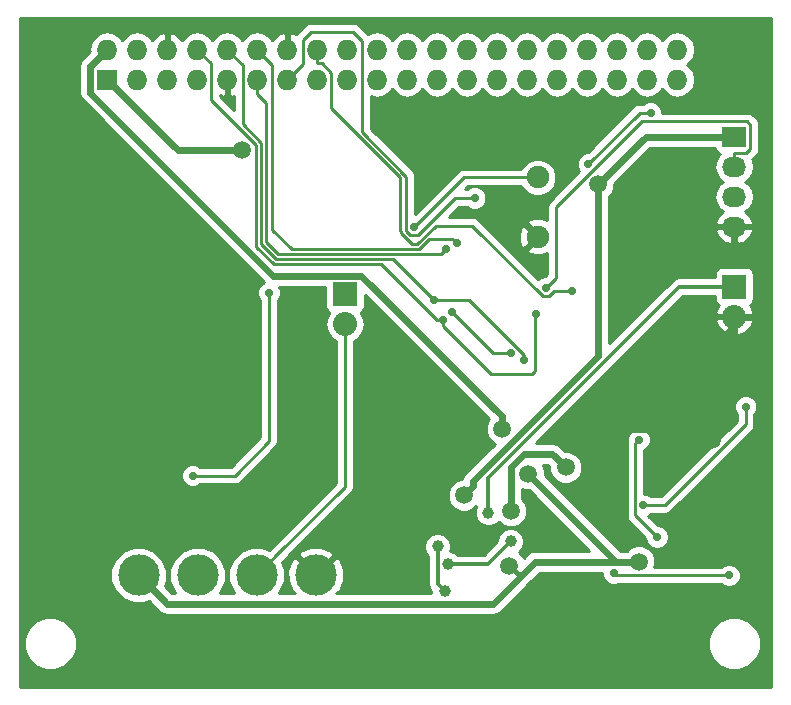
<source format=gbr>
G04 #@! TF.FileFunction,Copper,L2,Bot,Signal*
%FSLAX46Y46*%
G04 Gerber Fmt 4.6, Leading zero omitted, Abs format (unit mm)*
G04 Created by KiCad (PCBNEW 4.1.0-alpha+201607200716+6988~46~ubuntu16.04.1-product) date Thu Jul 21 11:47:31 2016*
%MOMM*%
%LPD*%
G01*
G04 APERTURE LIST*
%ADD10C,0.100000*%
%ADD11R,2.032000X2.032000*%
%ADD12O,2.032000X2.032000*%
%ADD13R,1.727200X1.727200*%
%ADD14O,1.727200X1.727200*%
%ADD15R,2.032000X1.727200*%
%ADD16O,2.032000X1.727200*%
%ADD17C,3.500000*%
%ADD18C,1.905000*%
%ADD19C,0.710000*%
%ADD20C,1.500000*%
%ADD21C,1.000000*%
%ADD22C,0.220000*%
%ADD23C,0.600000*%
%ADD24C,0.400000*%
%ADD25C,0.350000*%
%ADD26C,0.254000*%
G04 APERTURE END LIST*
D10*
D11*
X168148000Y-73406000D03*
D12*
X168148000Y-75946000D03*
D13*
X115062000Y-55880000D03*
D14*
X115062000Y-53340000D03*
X117602000Y-55880000D03*
X117602000Y-53340000D03*
X120142000Y-55880000D03*
X120142000Y-53340000D03*
X122682000Y-55880000D03*
X122682000Y-53340000D03*
X125222000Y-55880000D03*
X125222000Y-53340000D03*
X127762000Y-55880000D03*
X127762000Y-53340000D03*
X130302000Y-55880000D03*
X130302000Y-53340000D03*
X132842000Y-55880000D03*
X132842000Y-53340000D03*
X135382000Y-55880000D03*
X135382000Y-53340000D03*
X137922000Y-55880000D03*
X137922000Y-53340000D03*
X140462000Y-55880000D03*
X140462000Y-53340000D03*
X143002000Y-55880000D03*
X143002000Y-53340000D03*
X145542000Y-55880000D03*
X145542000Y-53340000D03*
X148082000Y-55880000D03*
X148082000Y-53340000D03*
X150622000Y-55880000D03*
X150622000Y-53340000D03*
X153162000Y-55880000D03*
X153162000Y-53340000D03*
X155702000Y-55880000D03*
X155702000Y-53340000D03*
X158242000Y-55880000D03*
X158242000Y-53340000D03*
X160782000Y-55880000D03*
X160782000Y-53340000D03*
X163322000Y-55880000D03*
X163322000Y-53340000D03*
D15*
X168148000Y-60706000D03*
D16*
X168148000Y-63246000D03*
X168148000Y-65786000D03*
X168148000Y-68326000D03*
D11*
X135199000Y-74041000D03*
D12*
X135199000Y-76581000D03*
D17*
X132714000Y-97840000D03*
X127714000Y-97840000D03*
X122714000Y-97840000D03*
X117714000Y-97840000D03*
D18*
X151511000Y-69175000D03*
X151511000Y-64175000D03*
D19*
X122301000Y-89408000D03*
X128778000Y-73914000D03*
X141058989Y-68393958D03*
D20*
X155073556Y-90882300D03*
X166256100Y-86360000D03*
X126492364Y-61871486D03*
X145291588Y-91086992D03*
X156611600Y-64758000D03*
X149249720Y-92411376D03*
X153887934Y-88726218D03*
X148499727Y-85466442D03*
X150729650Y-89272366D03*
X149098000Y-97028000D03*
X160066600Y-96695200D03*
D19*
X161607600Y-94613700D03*
X160089800Y-86360000D03*
X161064600Y-58681500D03*
X155805700Y-63008100D03*
X150356300Y-79635200D03*
X142736400Y-74579700D03*
X149217200Y-79020700D03*
X144235300Y-75528100D03*
X151384000Y-75775000D03*
X143484100Y-76235900D03*
X152210400Y-73548000D03*
X143764000Y-70231002D03*
X144653000Y-69723000D03*
X146176988Y-65913000D03*
X154382500Y-73799000D03*
X169122100Y-83567400D03*
X160446800Y-91928100D03*
X157932600Y-97696200D03*
X167715000Y-97871700D03*
D21*
X143040000Y-95417400D03*
X143648100Y-99211600D03*
X147320000Y-92582996D03*
X149231041Y-94977988D03*
X143956700Y-96929400D03*
D22*
X128778000Y-86487000D02*
X125857000Y-89408000D01*
X125857000Y-89408000D02*
X122301000Y-89408000D01*
X128778000Y-73914000D02*
X128778000Y-86487000D01*
X151511000Y-64175000D02*
X145277947Y-64175000D01*
X145277947Y-64175000D02*
X141413988Y-68038959D01*
X141413988Y-68038959D02*
X141058989Y-68393958D01*
D23*
X168148000Y-68326000D02*
X168148000Y-69739900D01*
X168148000Y-69739900D02*
X170180000Y-71771900D01*
X170180000Y-71771900D02*
X170180000Y-75946000D01*
X170180000Y-75946000D02*
X168931200Y-75946000D01*
X155073556Y-89821640D02*
X155073556Y-90882300D01*
X159442096Y-85453100D02*
X155073556Y-89821640D01*
X166256100Y-85453100D02*
X159442096Y-85453100D01*
X168148000Y-75946000D02*
X168931200Y-75946000D01*
X166256100Y-78621100D02*
X166256100Y-85453100D01*
X168931200Y-75946000D02*
X166256100Y-78621100D01*
X166256100Y-85453100D02*
X166256100Y-86360000D01*
X121053486Y-61871486D02*
X125431704Y-61871486D01*
X125431704Y-61871486D02*
X126492364Y-61871486D01*
X115062000Y-55880000D02*
X121053486Y-61871486D01*
X146041587Y-90336993D02*
X145291588Y-91086992D01*
X146041587Y-89848584D02*
X146041587Y-90336993D01*
X156611600Y-79278571D02*
X146041587Y-89848584D01*
X156611600Y-64758000D02*
X156611600Y-79278571D01*
X160663600Y-60706000D02*
X156611600Y-64758000D01*
X168148000Y-60706000D02*
X160663600Y-60706000D01*
X153887934Y-88726218D02*
X152761713Y-87599997D01*
X152761713Y-87599997D02*
X150340814Y-87599997D01*
X149249720Y-91350716D02*
X149249720Y-92411376D01*
X150340814Y-87599997D02*
X149249720Y-88691091D01*
X149249720Y-88691091D02*
X149249720Y-91350716D01*
X148499727Y-84405782D02*
X148499727Y-85466442D01*
X136568645Y-72474700D02*
X148499727Y-84405782D01*
X129133200Y-72474700D02*
X136568645Y-72474700D01*
X113648000Y-56989500D02*
X129133200Y-72474700D01*
X115062000Y-53340000D02*
X113648000Y-54754000D01*
X113648000Y-54754000D02*
X113648000Y-56989500D01*
X151479649Y-90022365D02*
X150729650Y-89272366D01*
X160066600Y-96695200D02*
X158152484Y-96695200D01*
X158152484Y-96695200D02*
X151479649Y-90022365D01*
X151297500Y-96695200D02*
X150202700Y-97790000D01*
X150202700Y-97790000D02*
X147730800Y-100261900D01*
D24*
X149098000Y-97028000D02*
X149847999Y-97777999D01*
X149847999Y-97777999D02*
X150190699Y-97777999D01*
X150190699Y-97777999D02*
X150202700Y-97790000D01*
D23*
X120135900Y-100261900D02*
X117714000Y-97840000D01*
X147730800Y-100261900D02*
X120135900Y-100261900D01*
X160066600Y-96695200D02*
X151297500Y-96695200D01*
D22*
X159781500Y-92787600D02*
X161607600Y-94613700D01*
X159781500Y-86668300D02*
X159781500Y-92787600D01*
X160089800Y-86360000D02*
X159781500Y-86668300D01*
X135199000Y-90355000D02*
X129463999Y-96090001D01*
X129463999Y-96090001D02*
X127714000Y-97840000D01*
X135199000Y-76581000D02*
X135199000Y-90355000D01*
X160132300Y-58681500D02*
X155805700Y-63008100D01*
X161064600Y-58681500D02*
X160132300Y-58681500D01*
X142381401Y-74224701D02*
X142736400Y-74579700D01*
X139227721Y-71071021D02*
X142381401Y-74224701D01*
X129319051Y-71071021D02*
X139227721Y-71071021D01*
X128095878Y-69847848D02*
X129319051Y-71071021D01*
X126527300Y-59669633D02*
X128095878Y-61238211D01*
X128095878Y-61238211D02*
X128095878Y-69847848D01*
X126527300Y-54645300D02*
X126527300Y-59669633D01*
X125222000Y-53340000D02*
X126527300Y-54645300D01*
X145717200Y-74579700D02*
X142736400Y-74579700D01*
X150356300Y-79218800D02*
X145717200Y-74579700D01*
X150356300Y-79635200D02*
X150356300Y-79218800D01*
X147727900Y-79020700D02*
X144235300Y-75528100D01*
X149217200Y-79020700D02*
X147727900Y-79020700D01*
X123855900Y-57592218D02*
X127675867Y-61412185D01*
X127675867Y-61412185D02*
X127675867Y-70021822D01*
X138237187Y-71491032D02*
X142982055Y-76235900D01*
X127675867Y-70021822D02*
X129145077Y-71491032D01*
X123855900Y-54513900D02*
X123855900Y-57592218D01*
X122682000Y-53340000D02*
X123855900Y-54513900D01*
X142982055Y-76235900D02*
X143484100Y-76235900D01*
X129145077Y-71491032D02*
X138237187Y-71491032D01*
X151257000Y-80518000D02*
X151257000Y-75902000D01*
X151257000Y-75902000D02*
X151384000Y-75775000D01*
X151003000Y-80772000D02*
X151257000Y-80518000D01*
X147518155Y-80772000D02*
X151003000Y-80772000D01*
X143484100Y-76235900D02*
X143484100Y-76737945D01*
X143484100Y-76737945D02*
X147518155Y-80772000D01*
X160330800Y-59424000D02*
X169255800Y-59424000D01*
X153067700Y-66687100D02*
X160330800Y-59424000D01*
X153067700Y-72690700D02*
X153067700Y-66687100D01*
X152210400Y-73548000D02*
X153067700Y-72690700D01*
X169175200Y-62072100D02*
X168148000Y-62072100D01*
X169524400Y-61722900D02*
X169175200Y-62072100D01*
X169524400Y-59692600D02*
X169524400Y-61722900D01*
X168148000Y-63246000D02*
X168148000Y-62072100D01*
X169255800Y-59424000D02*
X169524400Y-59692600D01*
X128515889Y-57855203D02*
X128515889Y-69673874D01*
X127762000Y-55880000D02*
X127762000Y-57101314D01*
X128515889Y-69673874D02*
X129493025Y-70651010D01*
X143409001Y-70586001D02*
X143764000Y-70231002D01*
X143343992Y-70651010D02*
X143409001Y-70586001D01*
X129493025Y-70651010D02*
X143343992Y-70651010D01*
X127762000Y-57101314D02*
X128515889Y-57855203D01*
X141477600Y-70229100D02*
X142338699Y-69368001D01*
X130681100Y-70229100D02*
X141477600Y-70229100D01*
X129032000Y-68580000D02*
X130681100Y-70229100D01*
X142338699Y-69368001D02*
X144298001Y-69368001D01*
X129032000Y-54610000D02*
X129032000Y-68580000D01*
X127762000Y-53340000D02*
X129032000Y-54610000D01*
X144298001Y-69368001D02*
X144653000Y-69723000D01*
X145674943Y-65913000D02*
X146176988Y-65913000D01*
X141380040Y-69058960D02*
X144526000Y-65913000D01*
X140739787Y-69058960D02*
X141380040Y-69058960D01*
X131607300Y-52542700D02*
X132334000Y-51816000D01*
X140393987Y-68713160D02*
X140739787Y-69058960D01*
X140393987Y-64108002D02*
X140393987Y-68713160D01*
X132334000Y-51816000D02*
X135890000Y-51816000D01*
X136652000Y-60366015D02*
X140393987Y-64108002D01*
X136652000Y-52578000D02*
X136652000Y-60366015D01*
X130302000Y-55880000D02*
X131607300Y-54574700D01*
X135890000Y-51816000D02*
X136652000Y-52578000D01*
X131607300Y-54574700D02*
X131607300Y-52542700D01*
X144526000Y-65913000D02*
X145674943Y-65913000D01*
X132842000Y-54513900D02*
X133208900Y-54513900D01*
X139827000Y-68661160D02*
X139973976Y-68808136D01*
X139973976Y-68808136D02*
X139973976Y-68887134D01*
X134015900Y-55320900D02*
X134015900Y-58323900D01*
X133208900Y-54513900D02*
X134015900Y-55320900D01*
X145964600Y-68243100D02*
X151934800Y-74213300D01*
X132842000Y-53340000D02*
X132842000Y-54513900D01*
X134015900Y-58323900D02*
X139827000Y-64135000D01*
X139973976Y-68887134D02*
X140887542Y-69800700D01*
X139827000Y-64135000D02*
X139827000Y-68661160D01*
X140887542Y-69800700D02*
X141311500Y-69800700D01*
X141311500Y-69800700D02*
X142869100Y-68243100D01*
X142869100Y-68243100D02*
X145964600Y-68243100D01*
X151934800Y-74213300D02*
X152486100Y-74213300D01*
X152486100Y-74213300D02*
X152900300Y-73799100D01*
X152900300Y-73799000D02*
X154382500Y-73799000D01*
X152900300Y-73799100D02*
X152900300Y-73799000D01*
X162277300Y-91928100D02*
X160446800Y-91928100D01*
X169122100Y-85083300D02*
X162277300Y-91928100D01*
X169122100Y-83567400D02*
X169122100Y-85083300D01*
X158108100Y-97871700D02*
X157932600Y-97696200D01*
X167715000Y-97871700D02*
X158108100Y-97871700D01*
D25*
X143040000Y-98603500D02*
X143040000Y-95417400D01*
X143648100Y-99211600D02*
X143040000Y-98603500D01*
X168148000Y-73406000D02*
X163509491Y-73406000D01*
X147320000Y-89595491D02*
X147320000Y-91875890D01*
X163509491Y-73406000D02*
X147320000Y-89595491D01*
X147320000Y-91875890D02*
X147320000Y-92582996D01*
X147279629Y-96929400D02*
X148731042Y-95477987D01*
X143956700Y-96929400D02*
X147279629Y-96929400D01*
X148731042Y-95477987D02*
X149231041Y-94977988D01*
D26*
G36*
X171290000Y-107290000D02*
X107710000Y-107290000D01*
X107710000Y-104074619D01*
X108000613Y-104074619D01*
X108340155Y-104896372D01*
X108968321Y-105525636D01*
X109789481Y-105866611D01*
X110678619Y-105867387D01*
X111500372Y-105527845D01*
X112129636Y-104899679D01*
X112470611Y-104078519D01*
X112470614Y-104074619D01*
X165912613Y-104074619D01*
X166252155Y-104896372D01*
X166880321Y-105525636D01*
X167701481Y-105866611D01*
X168590619Y-105867387D01*
X169412372Y-105527845D01*
X170041636Y-104899679D01*
X170382611Y-104078519D01*
X170383387Y-103189381D01*
X170043845Y-102367628D01*
X169415679Y-101738364D01*
X168594519Y-101397389D01*
X167705381Y-101396613D01*
X166883628Y-101736155D01*
X166254364Y-102364321D01*
X165913389Y-103185481D01*
X165912613Y-104074619D01*
X112470614Y-104074619D01*
X112471387Y-103189381D01*
X112131845Y-102367628D01*
X111503679Y-101738364D01*
X110682519Y-101397389D01*
X109793381Y-101396613D01*
X108971628Y-101736155D01*
X108342364Y-102364321D01*
X108001389Y-103185481D01*
X108000613Y-104074619D01*
X107710000Y-104074619D01*
X107710000Y-54754000D01*
X112713000Y-54754000D01*
X112713000Y-56989500D01*
X112784173Y-57347309D01*
X112986855Y-57650645D01*
X128354157Y-73017947D01*
X128217943Y-73074230D01*
X127939208Y-73352478D01*
X127788172Y-73716213D01*
X127787829Y-74110059D01*
X127938230Y-74474057D01*
X128033000Y-74568993D01*
X128033000Y-86178411D01*
X125548410Y-88663000D01*
X122956150Y-88663000D01*
X122862522Y-88569208D01*
X122498787Y-88418172D01*
X122104941Y-88417829D01*
X121740943Y-88568230D01*
X121462208Y-88846478D01*
X121311172Y-89210213D01*
X121310829Y-89604059D01*
X121461230Y-89968057D01*
X121739478Y-90246792D01*
X122103213Y-90397828D01*
X122497059Y-90398171D01*
X122861057Y-90247770D01*
X122955993Y-90153000D01*
X125856995Y-90153000D01*
X125857000Y-90153001D01*
X126142099Y-90096290D01*
X126383795Y-89934795D01*
X129304792Y-87013797D01*
X129304795Y-87013795D01*
X129466290Y-86772099D01*
X129508920Y-86557787D01*
X129523001Y-86487000D01*
X129523000Y-86486995D01*
X129523000Y-74569150D01*
X129616792Y-74475522D01*
X129767828Y-74111787D01*
X129768171Y-73717941D01*
X129640808Y-73409700D01*
X133535560Y-73409700D01*
X133535560Y-75057000D01*
X133584843Y-75304765D01*
X133725191Y-75514809D01*
X133867872Y-75610146D01*
X133641330Y-75949190D01*
X133515655Y-76581000D01*
X133641330Y-77212810D01*
X133999222Y-77748433D01*
X134454000Y-78052306D01*
X134454000Y-90046411D01*
X128937204Y-95563206D01*
X128937202Y-95563209D01*
X128794280Y-95706131D01*
X128190487Y-95455415D01*
X127241675Y-95454587D01*
X126364771Y-95816916D01*
X125693274Y-96487242D01*
X125329415Y-97363513D01*
X125328587Y-98312325D01*
X125690916Y-99189229D01*
X125828347Y-99326900D01*
X124600350Y-99326900D01*
X124734726Y-99192758D01*
X125098585Y-98316487D01*
X125099413Y-97367675D01*
X124737084Y-96490771D01*
X124066758Y-95819274D01*
X123190487Y-95455415D01*
X122241675Y-95454587D01*
X121364771Y-95816916D01*
X120693274Y-96487242D01*
X120329415Y-97363513D01*
X120328587Y-98312325D01*
X120690916Y-99189229D01*
X120828347Y-99326900D01*
X120523190Y-99326900D01*
X119926707Y-98730417D01*
X120098585Y-98316487D01*
X120099413Y-97367675D01*
X119737084Y-96490771D01*
X119066758Y-95819274D01*
X118190487Y-95455415D01*
X117241675Y-95454587D01*
X116364771Y-95816916D01*
X115693274Y-96487242D01*
X115329415Y-97363513D01*
X115328587Y-98312325D01*
X115690916Y-99189229D01*
X116361242Y-99860726D01*
X117237513Y-100224585D01*
X118186325Y-100225413D01*
X118604385Y-100052675D01*
X119474755Y-100923045D01*
X119778091Y-101125727D01*
X120135900Y-101196900D01*
X147730800Y-101196900D01*
X148088609Y-101125727D01*
X148391945Y-100923045D01*
X150863842Y-98451147D01*
X150863845Y-98451145D01*
X151684790Y-97630200D01*
X156942657Y-97630200D01*
X156942429Y-97892259D01*
X157092830Y-98256257D01*
X157371078Y-98534992D01*
X157734813Y-98686028D01*
X158128659Y-98686371D01*
X158297276Y-98616700D01*
X167059850Y-98616700D01*
X167153478Y-98710492D01*
X167517213Y-98861528D01*
X167911059Y-98861871D01*
X168275057Y-98711470D01*
X168553792Y-98433222D01*
X168704828Y-98069487D01*
X168705171Y-97675641D01*
X168554770Y-97311643D01*
X168276522Y-97032908D01*
X167912787Y-96881872D01*
X167518941Y-96881529D01*
X167154943Y-97031930D01*
X167060007Y-97126700D01*
X161387081Y-97126700D01*
X161451359Y-96971902D01*
X161451840Y-96420915D01*
X161241431Y-95911685D01*
X160852164Y-95521739D01*
X160343302Y-95310441D01*
X159792315Y-95309960D01*
X159283085Y-95520369D01*
X159042836Y-95760200D01*
X158539774Y-95760200D01*
X152114596Y-89335022D01*
X152114890Y-88998081D01*
X151923548Y-88534997D01*
X152374423Y-88534997D01*
X152502988Y-88663562D01*
X152502694Y-89000503D01*
X152713103Y-89509733D01*
X153102370Y-89899679D01*
X153611232Y-90110977D01*
X154162219Y-90111458D01*
X154671449Y-89901049D01*
X155061395Y-89511782D01*
X155272693Y-89002920D01*
X155273174Y-88451933D01*
X155062765Y-87942703D01*
X154673498Y-87552757D01*
X154164636Y-87341459D01*
X153825169Y-87341163D01*
X153422858Y-86938852D01*
X153119522Y-86736170D01*
X152778319Y-86668300D01*
X159036499Y-86668300D01*
X159036500Y-86668305D01*
X159036500Y-92787595D01*
X159036499Y-92787600D01*
X159093210Y-93072699D01*
X159254705Y-93314395D01*
X160617544Y-94677234D01*
X160617429Y-94809759D01*
X160767830Y-95173757D01*
X161046078Y-95452492D01*
X161409813Y-95603528D01*
X161803659Y-95603871D01*
X162167657Y-95453470D01*
X162446392Y-95175222D01*
X162597428Y-94811487D01*
X162597771Y-94417641D01*
X162447370Y-94053643D01*
X162169122Y-93774908D01*
X161805387Y-93623872D01*
X161671244Y-93623755D01*
X160871350Y-92823860D01*
X161006857Y-92767870D01*
X161101793Y-92673100D01*
X162277295Y-92673100D01*
X162277300Y-92673101D01*
X162562399Y-92616390D01*
X162804095Y-92454895D01*
X169648895Y-85610095D01*
X169810390Y-85368399D01*
X169867101Y-85083300D01*
X169867100Y-85083295D01*
X169867100Y-84222550D01*
X169960892Y-84128922D01*
X170111928Y-83765187D01*
X170112271Y-83371341D01*
X169961870Y-83007343D01*
X169683622Y-82728608D01*
X169319887Y-82577572D01*
X168926041Y-82577229D01*
X168562043Y-82727630D01*
X168283308Y-83005878D01*
X168132272Y-83369613D01*
X168131929Y-83763459D01*
X168282330Y-84127457D01*
X168377100Y-84222393D01*
X168377100Y-84774710D01*
X161968710Y-91183100D01*
X161101950Y-91183100D01*
X161008322Y-91089308D01*
X160644587Y-90938272D01*
X160526500Y-90938169D01*
X160526500Y-87250740D01*
X160649857Y-87199770D01*
X160928592Y-86921522D01*
X161079628Y-86557787D01*
X161079971Y-86163941D01*
X160929570Y-85799943D01*
X160651322Y-85521208D01*
X160287587Y-85370172D01*
X159893741Y-85369829D01*
X159529743Y-85520230D01*
X159251008Y-85798478D01*
X159099972Y-86162213D01*
X159099788Y-86373356D01*
X159093210Y-86383201D01*
X159036499Y-86668300D01*
X152778319Y-86668300D01*
X152761713Y-86664997D01*
X151396006Y-86664997D01*
X161732059Y-76328944D01*
X166542025Y-76328944D01*
X166741615Y-76810818D01*
X167179621Y-77283188D01*
X167765054Y-77551983D01*
X168021000Y-77433367D01*
X168021000Y-76073000D01*
X168275000Y-76073000D01*
X168275000Y-77433367D01*
X168530946Y-77551983D01*
X169116379Y-77283188D01*
X169554385Y-76810818D01*
X169753975Y-76328944D01*
X169634836Y-76073000D01*
X168275000Y-76073000D01*
X168021000Y-76073000D01*
X166661164Y-76073000D01*
X166542025Y-76328944D01*
X161732059Y-76328944D01*
X163845004Y-74216000D01*
X166484560Y-74216000D01*
X166484560Y-74422000D01*
X166533843Y-74669765D01*
X166674191Y-74879809D01*
X166831113Y-74984662D01*
X166741615Y-75081182D01*
X166542025Y-75563056D01*
X166661164Y-75819000D01*
X168021000Y-75819000D01*
X168021000Y-75799000D01*
X168275000Y-75799000D01*
X168275000Y-75819000D01*
X169634836Y-75819000D01*
X169753975Y-75563056D01*
X169554385Y-75081182D01*
X169464887Y-74984662D01*
X169621809Y-74879809D01*
X169762157Y-74669765D01*
X169811440Y-74422000D01*
X169811440Y-72390000D01*
X169762157Y-72142235D01*
X169621809Y-71932191D01*
X169411765Y-71791843D01*
X169164000Y-71742560D01*
X167132000Y-71742560D01*
X166884235Y-71791843D01*
X166674191Y-71932191D01*
X166533843Y-72142235D01*
X166484560Y-72390000D01*
X166484560Y-72596000D01*
X163509491Y-72596000D01*
X163337388Y-72630234D01*
X163199518Y-72657657D01*
X162936735Y-72833243D01*
X157546600Y-78223378D01*
X157546600Y-68685026D01*
X166540642Y-68685026D01*
X166543291Y-68700791D01*
X166797268Y-69228036D01*
X167233680Y-69617954D01*
X167786087Y-69811184D01*
X168021000Y-69666924D01*
X168021000Y-68453000D01*
X168275000Y-68453000D01*
X168275000Y-69666924D01*
X168509913Y-69811184D01*
X169062320Y-69617954D01*
X169498732Y-69228036D01*
X169752709Y-68700791D01*
X169755358Y-68685026D01*
X169634217Y-68453000D01*
X168275000Y-68453000D01*
X168021000Y-68453000D01*
X166661783Y-68453000D01*
X166540642Y-68685026D01*
X157546600Y-68685026D01*
X157546600Y-65781610D01*
X157785061Y-65543564D01*
X157996359Y-65034702D01*
X157996655Y-64695235D01*
X161050890Y-61641000D01*
X166498762Y-61641000D01*
X166533843Y-61817365D01*
X166674191Y-62027409D01*
X166884235Y-62167757D01*
X166920566Y-62174984D01*
X166903585Y-62186330D01*
X166578729Y-62672511D01*
X166464655Y-63246000D01*
X166578729Y-63819489D01*
X166903585Y-64305670D01*
X167218366Y-64516000D01*
X166903585Y-64726330D01*
X166578729Y-65212511D01*
X166464655Y-65786000D01*
X166578729Y-66359489D01*
X166903585Y-66845670D01*
X167213069Y-67052461D01*
X166797268Y-67423964D01*
X166543291Y-67951209D01*
X166540642Y-67966974D01*
X166661783Y-68199000D01*
X168021000Y-68199000D01*
X168021000Y-68179000D01*
X168275000Y-68179000D01*
X168275000Y-68199000D01*
X169634217Y-68199000D01*
X169755358Y-67966974D01*
X169752709Y-67951209D01*
X169498732Y-67423964D01*
X169082931Y-67052461D01*
X169392415Y-66845670D01*
X169717271Y-66359489D01*
X169831345Y-65786000D01*
X169717271Y-65212511D01*
X169392415Y-64726330D01*
X169077634Y-64516000D01*
X169392415Y-64305670D01*
X169717271Y-63819489D01*
X169831345Y-63246000D01*
X169717271Y-62672511D01*
X169678550Y-62614561D01*
X169701995Y-62598895D01*
X170051192Y-62249697D01*
X170051195Y-62249695D01*
X170212690Y-62007999D01*
X170269400Y-61722900D01*
X170269400Y-59692605D01*
X170269401Y-59692600D01*
X170212690Y-59407501D01*
X170102789Y-59243022D01*
X170051195Y-59165805D01*
X170051192Y-59165803D01*
X169782595Y-58897205D01*
X169540899Y-58735710D01*
X169255800Y-58678999D01*
X169255795Y-58679000D01*
X162054602Y-58679000D01*
X162054771Y-58485441D01*
X161904370Y-58121443D01*
X161626122Y-57842708D01*
X161262387Y-57691672D01*
X160868541Y-57691329D01*
X160504543Y-57841730D01*
X160409607Y-57936500D01*
X160132300Y-57936500D01*
X159847201Y-57993210D01*
X159605505Y-58154705D01*
X159605503Y-58154708D01*
X155742166Y-62018044D01*
X155609641Y-62017929D01*
X155245643Y-62168330D01*
X154966908Y-62446578D01*
X154815872Y-62810313D01*
X154815529Y-63204159D01*
X154965930Y-63568157D01*
X155049419Y-63651792D01*
X152540905Y-66160305D01*
X152379410Y-66402001D01*
X152322699Y-66687100D01*
X152322700Y-66687105D01*
X152322700Y-67782364D01*
X151764199Y-67576325D01*
X151133139Y-67601122D01*
X150665288Y-67794912D01*
X150572446Y-68056841D01*
X151511000Y-68995395D01*
X151525143Y-68981253D01*
X151704748Y-69160858D01*
X151690605Y-69175000D01*
X151704748Y-69189143D01*
X151525143Y-69368748D01*
X151511000Y-69354605D01*
X150572446Y-70293159D01*
X150665288Y-70555088D01*
X151257801Y-70773675D01*
X151888861Y-70748878D01*
X152322700Y-70569176D01*
X152322700Y-72382111D01*
X152146866Y-72557944D01*
X152014341Y-72557829D01*
X151650343Y-72708230D01*
X151566758Y-72791669D01*
X147696891Y-68921801D01*
X149912325Y-68921801D01*
X149937122Y-69552861D01*
X150130912Y-70020712D01*
X150392841Y-70113554D01*
X151331395Y-69175000D01*
X150392841Y-68236446D01*
X150130912Y-68329288D01*
X149912325Y-68921801D01*
X147696891Y-68921801D01*
X146491395Y-67716305D01*
X146249699Y-67554810D01*
X145964600Y-67498099D01*
X145964595Y-67498100D01*
X143994489Y-67498100D01*
X144834589Y-66658000D01*
X145521838Y-66658000D01*
X145615466Y-66751792D01*
X145979201Y-66902828D01*
X146373047Y-66903171D01*
X146737045Y-66752770D01*
X147015780Y-66474522D01*
X147166816Y-66110787D01*
X147167159Y-65716941D01*
X147016758Y-65352943D01*
X146738510Y-65074208D01*
X146374775Y-64923172D01*
X145980929Y-64922829D01*
X145616931Y-65073230D01*
X145521995Y-65168000D01*
X145338536Y-65168000D01*
X145586536Y-64920000D01*
X150101150Y-64920000D01*
X150164398Y-65073072D01*
X150610579Y-65520032D01*
X151193841Y-65762224D01*
X151825388Y-65762775D01*
X152409072Y-65521602D01*
X152856032Y-65075421D01*
X153098224Y-64492159D01*
X153098775Y-63860612D01*
X152857602Y-63276928D01*
X152411421Y-62829968D01*
X151828159Y-62587776D01*
X151196612Y-62587225D01*
X150612928Y-62828398D01*
X150165968Y-63274579D01*
X150101431Y-63430000D01*
X145277947Y-63430000D01*
X144992848Y-63486710D01*
X144751152Y-63648205D01*
X144751150Y-63648208D01*
X141138987Y-67260370D01*
X141138987Y-64108007D01*
X141138988Y-64108002D01*
X141082277Y-63822903D01*
X140923008Y-63584539D01*
X140920782Y-63581207D01*
X140920779Y-63581205D01*
X137397000Y-60057425D01*
X137397000Y-57303530D01*
X137922000Y-57407959D01*
X138495489Y-57293885D01*
X138981670Y-56969029D01*
X139192000Y-56654248D01*
X139402330Y-56969029D01*
X139888511Y-57293885D01*
X140462000Y-57407959D01*
X141035489Y-57293885D01*
X141521670Y-56969029D01*
X141732000Y-56654248D01*
X141942330Y-56969029D01*
X142428511Y-57293885D01*
X143002000Y-57407959D01*
X143575489Y-57293885D01*
X144061670Y-56969029D01*
X144272000Y-56654248D01*
X144482330Y-56969029D01*
X144968511Y-57293885D01*
X145542000Y-57407959D01*
X146115489Y-57293885D01*
X146601670Y-56969029D01*
X146812000Y-56654248D01*
X147022330Y-56969029D01*
X147508511Y-57293885D01*
X148082000Y-57407959D01*
X148655489Y-57293885D01*
X149141670Y-56969029D01*
X149352000Y-56654248D01*
X149562330Y-56969029D01*
X150048511Y-57293885D01*
X150622000Y-57407959D01*
X151195489Y-57293885D01*
X151681670Y-56969029D01*
X151892000Y-56654248D01*
X152102330Y-56969029D01*
X152588511Y-57293885D01*
X153162000Y-57407959D01*
X153735489Y-57293885D01*
X154221670Y-56969029D01*
X154432000Y-56654248D01*
X154642330Y-56969029D01*
X155128511Y-57293885D01*
X155702000Y-57407959D01*
X156275489Y-57293885D01*
X156761670Y-56969029D01*
X156972000Y-56654248D01*
X157182330Y-56969029D01*
X157668511Y-57293885D01*
X158242000Y-57407959D01*
X158815489Y-57293885D01*
X159301670Y-56969029D01*
X159512000Y-56654248D01*
X159722330Y-56969029D01*
X160208511Y-57293885D01*
X160782000Y-57407959D01*
X161355489Y-57293885D01*
X161841670Y-56969029D01*
X162052000Y-56654248D01*
X162262330Y-56969029D01*
X162748511Y-57293885D01*
X163322000Y-57407959D01*
X163895489Y-57293885D01*
X164381670Y-56969029D01*
X164706526Y-56482848D01*
X164820600Y-55909359D01*
X164820600Y-55850641D01*
X164706526Y-55277152D01*
X164381670Y-54790971D01*
X164110828Y-54610000D01*
X164381670Y-54429029D01*
X164706526Y-53942848D01*
X164820600Y-53369359D01*
X164820600Y-53310641D01*
X164706526Y-52737152D01*
X164381670Y-52250971D01*
X163895489Y-51926115D01*
X163322000Y-51812041D01*
X162748511Y-51926115D01*
X162262330Y-52250971D01*
X162052000Y-52565752D01*
X161841670Y-52250971D01*
X161355489Y-51926115D01*
X160782000Y-51812041D01*
X160208511Y-51926115D01*
X159722330Y-52250971D01*
X159512000Y-52565752D01*
X159301670Y-52250971D01*
X158815489Y-51926115D01*
X158242000Y-51812041D01*
X157668511Y-51926115D01*
X157182330Y-52250971D01*
X156972000Y-52565752D01*
X156761670Y-52250971D01*
X156275489Y-51926115D01*
X155702000Y-51812041D01*
X155128511Y-51926115D01*
X154642330Y-52250971D01*
X154432000Y-52565752D01*
X154221670Y-52250971D01*
X153735489Y-51926115D01*
X153162000Y-51812041D01*
X152588511Y-51926115D01*
X152102330Y-52250971D01*
X151892000Y-52565752D01*
X151681670Y-52250971D01*
X151195489Y-51926115D01*
X150622000Y-51812041D01*
X150048511Y-51926115D01*
X149562330Y-52250971D01*
X149352000Y-52565752D01*
X149141670Y-52250971D01*
X148655489Y-51926115D01*
X148082000Y-51812041D01*
X147508511Y-51926115D01*
X147022330Y-52250971D01*
X146812000Y-52565752D01*
X146601670Y-52250971D01*
X146115489Y-51926115D01*
X145542000Y-51812041D01*
X144968511Y-51926115D01*
X144482330Y-52250971D01*
X144272000Y-52565752D01*
X144061670Y-52250971D01*
X143575489Y-51926115D01*
X143002000Y-51812041D01*
X142428511Y-51926115D01*
X141942330Y-52250971D01*
X141732000Y-52565752D01*
X141521670Y-52250971D01*
X141035489Y-51926115D01*
X140462000Y-51812041D01*
X139888511Y-51926115D01*
X139402330Y-52250971D01*
X139192000Y-52565752D01*
X138981670Y-52250971D01*
X138495489Y-51926115D01*
X137922000Y-51812041D01*
X137348511Y-51926115D01*
X137171787Y-52044198D01*
X136416795Y-51289205D01*
X136175099Y-51127710D01*
X135890000Y-51070999D01*
X135889995Y-51071000D01*
X132334005Y-51071000D01*
X132334000Y-51070999D01*
X132048901Y-51127710D01*
X131807205Y-51289205D01*
X131080505Y-52015905D01*
X131058064Y-52049491D01*
X130661026Y-51885042D01*
X130429000Y-52006183D01*
X130429000Y-53213000D01*
X130449000Y-53213000D01*
X130449000Y-53467000D01*
X130429000Y-53467000D01*
X130429000Y-53487000D01*
X130175000Y-53487000D01*
X130175000Y-53467000D01*
X130155000Y-53467000D01*
X130155000Y-53213000D01*
X130175000Y-53213000D01*
X130175000Y-52006183D01*
X129942974Y-51885042D01*
X129527053Y-52057312D01*
X129095179Y-52451510D01*
X129037664Y-52574228D01*
X128821670Y-52250971D01*
X128335489Y-51926115D01*
X127762000Y-51812041D01*
X127188511Y-51926115D01*
X126702330Y-52250971D01*
X126492000Y-52565752D01*
X126281670Y-52250971D01*
X125795489Y-51926115D01*
X125222000Y-51812041D01*
X124648511Y-51926115D01*
X124162330Y-52250971D01*
X123952000Y-52565752D01*
X123741670Y-52250971D01*
X123255489Y-51926115D01*
X122682000Y-51812041D01*
X122108511Y-51926115D01*
X121622330Y-52250971D01*
X121406336Y-52574228D01*
X121348821Y-52451510D01*
X120916947Y-52057312D01*
X120501026Y-51885042D01*
X120269000Y-52006183D01*
X120269000Y-53213000D01*
X120289000Y-53213000D01*
X120289000Y-53467000D01*
X120269000Y-53467000D01*
X120269000Y-53487000D01*
X120015000Y-53487000D01*
X120015000Y-53467000D01*
X119995000Y-53467000D01*
X119995000Y-53213000D01*
X120015000Y-53213000D01*
X120015000Y-52006183D01*
X119782974Y-51885042D01*
X119367053Y-52057312D01*
X118935179Y-52451510D01*
X118877664Y-52574228D01*
X118661670Y-52250971D01*
X118175489Y-51926115D01*
X117602000Y-51812041D01*
X117028511Y-51926115D01*
X116542330Y-52250971D01*
X116332000Y-52565752D01*
X116121670Y-52250971D01*
X115635489Y-51926115D01*
X115062000Y-51812041D01*
X114488511Y-51926115D01*
X114002330Y-52250971D01*
X113677474Y-52737152D01*
X113563400Y-53310641D01*
X113563400Y-53369359D01*
X113587781Y-53491929D01*
X112986855Y-54092855D01*
X112784173Y-54396191D01*
X112713000Y-54754000D01*
X107710000Y-54754000D01*
X107710000Y-50710000D01*
X171290000Y-50710000D01*
X171290000Y-107290000D01*
X171290000Y-107290000D01*
G37*
X171290000Y-107290000D02*
X107710000Y-107290000D01*
X107710000Y-104074619D01*
X108000613Y-104074619D01*
X108340155Y-104896372D01*
X108968321Y-105525636D01*
X109789481Y-105866611D01*
X110678619Y-105867387D01*
X111500372Y-105527845D01*
X112129636Y-104899679D01*
X112470611Y-104078519D01*
X112470614Y-104074619D01*
X165912613Y-104074619D01*
X166252155Y-104896372D01*
X166880321Y-105525636D01*
X167701481Y-105866611D01*
X168590619Y-105867387D01*
X169412372Y-105527845D01*
X170041636Y-104899679D01*
X170382611Y-104078519D01*
X170383387Y-103189381D01*
X170043845Y-102367628D01*
X169415679Y-101738364D01*
X168594519Y-101397389D01*
X167705381Y-101396613D01*
X166883628Y-101736155D01*
X166254364Y-102364321D01*
X165913389Y-103185481D01*
X165912613Y-104074619D01*
X112470614Y-104074619D01*
X112471387Y-103189381D01*
X112131845Y-102367628D01*
X111503679Y-101738364D01*
X110682519Y-101397389D01*
X109793381Y-101396613D01*
X108971628Y-101736155D01*
X108342364Y-102364321D01*
X108001389Y-103185481D01*
X108000613Y-104074619D01*
X107710000Y-104074619D01*
X107710000Y-54754000D01*
X112713000Y-54754000D01*
X112713000Y-56989500D01*
X112784173Y-57347309D01*
X112986855Y-57650645D01*
X128354157Y-73017947D01*
X128217943Y-73074230D01*
X127939208Y-73352478D01*
X127788172Y-73716213D01*
X127787829Y-74110059D01*
X127938230Y-74474057D01*
X128033000Y-74568993D01*
X128033000Y-86178411D01*
X125548410Y-88663000D01*
X122956150Y-88663000D01*
X122862522Y-88569208D01*
X122498787Y-88418172D01*
X122104941Y-88417829D01*
X121740943Y-88568230D01*
X121462208Y-88846478D01*
X121311172Y-89210213D01*
X121310829Y-89604059D01*
X121461230Y-89968057D01*
X121739478Y-90246792D01*
X122103213Y-90397828D01*
X122497059Y-90398171D01*
X122861057Y-90247770D01*
X122955993Y-90153000D01*
X125856995Y-90153000D01*
X125857000Y-90153001D01*
X126142099Y-90096290D01*
X126383795Y-89934795D01*
X129304792Y-87013797D01*
X129304795Y-87013795D01*
X129466290Y-86772099D01*
X129508920Y-86557787D01*
X129523001Y-86487000D01*
X129523000Y-86486995D01*
X129523000Y-74569150D01*
X129616792Y-74475522D01*
X129767828Y-74111787D01*
X129768171Y-73717941D01*
X129640808Y-73409700D01*
X133535560Y-73409700D01*
X133535560Y-75057000D01*
X133584843Y-75304765D01*
X133725191Y-75514809D01*
X133867872Y-75610146D01*
X133641330Y-75949190D01*
X133515655Y-76581000D01*
X133641330Y-77212810D01*
X133999222Y-77748433D01*
X134454000Y-78052306D01*
X134454000Y-90046411D01*
X128937204Y-95563206D01*
X128937202Y-95563209D01*
X128794280Y-95706131D01*
X128190487Y-95455415D01*
X127241675Y-95454587D01*
X126364771Y-95816916D01*
X125693274Y-96487242D01*
X125329415Y-97363513D01*
X125328587Y-98312325D01*
X125690916Y-99189229D01*
X125828347Y-99326900D01*
X124600350Y-99326900D01*
X124734726Y-99192758D01*
X125098585Y-98316487D01*
X125099413Y-97367675D01*
X124737084Y-96490771D01*
X124066758Y-95819274D01*
X123190487Y-95455415D01*
X122241675Y-95454587D01*
X121364771Y-95816916D01*
X120693274Y-96487242D01*
X120329415Y-97363513D01*
X120328587Y-98312325D01*
X120690916Y-99189229D01*
X120828347Y-99326900D01*
X120523190Y-99326900D01*
X119926707Y-98730417D01*
X120098585Y-98316487D01*
X120099413Y-97367675D01*
X119737084Y-96490771D01*
X119066758Y-95819274D01*
X118190487Y-95455415D01*
X117241675Y-95454587D01*
X116364771Y-95816916D01*
X115693274Y-96487242D01*
X115329415Y-97363513D01*
X115328587Y-98312325D01*
X115690916Y-99189229D01*
X116361242Y-99860726D01*
X117237513Y-100224585D01*
X118186325Y-100225413D01*
X118604385Y-100052675D01*
X119474755Y-100923045D01*
X119778091Y-101125727D01*
X120135900Y-101196900D01*
X147730800Y-101196900D01*
X148088609Y-101125727D01*
X148391945Y-100923045D01*
X150863842Y-98451147D01*
X150863845Y-98451145D01*
X151684790Y-97630200D01*
X156942657Y-97630200D01*
X156942429Y-97892259D01*
X157092830Y-98256257D01*
X157371078Y-98534992D01*
X157734813Y-98686028D01*
X158128659Y-98686371D01*
X158297276Y-98616700D01*
X167059850Y-98616700D01*
X167153478Y-98710492D01*
X167517213Y-98861528D01*
X167911059Y-98861871D01*
X168275057Y-98711470D01*
X168553792Y-98433222D01*
X168704828Y-98069487D01*
X168705171Y-97675641D01*
X168554770Y-97311643D01*
X168276522Y-97032908D01*
X167912787Y-96881872D01*
X167518941Y-96881529D01*
X167154943Y-97031930D01*
X167060007Y-97126700D01*
X161387081Y-97126700D01*
X161451359Y-96971902D01*
X161451840Y-96420915D01*
X161241431Y-95911685D01*
X160852164Y-95521739D01*
X160343302Y-95310441D01*
X159792315Y-95309960D01*
X159283085Y-95520369D01*
X159042836Y-95760200D01*
X158539774Y-95760200D01*
X152114596Y-89335022D01*
X152114890Y-88998081D01*
X151923548Y-88534997D01*
X152374423Y-88534997D01*
X152502988Y-88663562D01*
X152502694Y-89000503D01*
X152713103Y-89509733D01*
X153102370Y-89899679D01*
X153611232Y-90110977D01*
X154162219Y-90111458D01*
X154671449Y-89901049D01*
X155061395Y-89511782D01*
X155272693Y-89002920D01*
X155273174Y-88451933D01*
X155062765Y-87942703D01*
X154673498Y-87552757D01*
X154164636Y-87341459D01*
X153825169Y-87341163D01*
X153422858Y-86938852D01*
X153119522Y-86736170D01*
X152778319Y-86668300D01*
X159036499Y-86668300D01*
X159036500Y-86668305D01*
X159036500Y-92787595D01*
X159036499Y-92787600D01*
X159093210Y-93072699D01*
X159254705Y-93314395D01*
X160617544Y-94677234D01*
X160617429Y-94809759D01*
X160767830Y-95173757D01*
X161046078Y-95452492D01*
X161409813Y-95603528D01*
X161803659Y-95603871D01*
X162167657Y-95453470D01*
X162446392Y-95175222D01*
X162597428Y-94811487D01*
X162597771Y-94417641D01*
X162447370Y-94053643D01*
X162169122Y-93774908D01*
X161805387Y-93623872D01*
X161671244Y-93623755D01*
X160871350Y-92823860D01*
X161006857Y-92767870D01*
X161101793Y-92673100D01*
X162277295Y-92673100D01*
X162277300Y-92673101D01*
X162562399Y-92616390D01*
X162804095Y-92454895D01*
X169648895Y-85610095D01*
X169810390Y-85368399D01*
X169867101Y-85083300D01*
X169867100Y-85083295D01*
X169867100Y-84222550D01*
X169960892Y-84128922D01*
X170111928Y-83765187D01*
X170112271Y-83371341D01*
X169961870Y-83007343D01*
X169683622Y-82728608D01*
X169319887Y-82577572D01*
X168926041Y-82577229D01*
X168562043Y-82727630D01*
X168283308Y-83005878D01*
X168132272Y-83369613D01*
X168131929Y-83763459D01*
X168282330Y-84127457D01*
X168377100Y-84222393D01*
X168377100Y-84774710D01*
X161968710Y-91183100D01*
X161101950Y-91183100D01*
X161008322Y-91089308D01*
X160644587Y-90938272D01*
X160526500Y-90938169D01*
X160526500Y-87250740D01*
X160649857Y-87199770D01*
X160928592Y-86921522D01*
X161079628Y-86557787D01*
X161079971Y-86163941D01*
X160929570Y-85799943D01*
X160651322Y-85521208D01*
X160287587Y-85370172D01*
X159893741Y-85369829D01*
X159529743Y-85520230D01*
X159251008Y-85798478D01*
X159099972Y-86162213D01*
X159099788Y-86373356D01*
X159093210Y-86383201D01*
X159036499Y-86668300D01*
X152778319Y-86668300D01*
X152761713Y-86664997D01*
X151396006Y-86664997D01*
X161732059Y-76328944D01*
X166542025Y-76328944D01*
X166741615Y-76810818D01*
X167179621Y-77283188D01*
X167765054Y-77551983D01*
X168021000Y-77433367D01*
X168021000Y-76073000D01*
X168275000Y-76073000D01*
X168275000Y-77433367D01*
X168530946Y-77551983D01*
X169116379Y-77283188D01*
X169554385Y-76810818D01*
X169753975Y-76328944D01*
X169634836Y-76073000D01*
X168275000Y-76073000D01*
X168021000Y-76073000D01*
X166661164Y-76073000D01*
X166542025Y-76328944D01*
X161732059Y-76328944D01*
X163845004Y-74216000D01*
X166484560Y-74216000D01*
X166484560Y-74422000D01*
X166533843Y-74669765D01*
X166674191Y-74879809D01*
X166831113Y-74984662D01*
X166741615Y-75081182D01*
X166542025Y-75563056D01*
X166661164Y-75819000D01*
X168021000Y-75819000D01*
X168021000Y-75799000D01*
X168275000Y-75799000D01*
X168275000Y-75819000D01*
X169634836Y-75819000D01*
X169753975Y-75563056D01*
X169554385Y-75081182D01*
X169464887Y-74984662D01*
X169621809Y-74879809D01*
X169762157Y-74669765D01*
X169811440Y-74422000D01*
X169811440Y-72390000D01*
X169762157Y-72142235D01*
X169621809Y-71932191D01*
X169411765Y-71791843D01*
X169164000Y-71742560D01*
X167132000Y-71742560D01*
X166884235Y-71791843D01*
X166674191Y-71932191D01*
X166533843Y-72142235D01*
X166484560Y-72390000D01*
X166484560Y-72596000D01*
X163509491Y-72596000D01*
X163337388Y-72630234D01*
X163199518Y-72657657D01*
X162936735Y-72833243D01*
X157546600Y-78223378D01*
X157546600Y-68685026D01*
X166540642Y-68685026D01*
X166543291Y-68700791D01*
X166797268Y-69228036D01*
X167233680Y-69617954D01*
X167786087Y-69811184D01*
X168021000Y-69666924D01*
X168021000Y-68453000D01*
X168275000Y-68453000D01*
X168275000Y-69666924D01*
X168509913Y-69811184D01*
X169062320Y-69617954D01*
X169498732Y-69228036D01*
X169752709Y-68700791D01*
X169755358Y-68685026D01*
X169634217Y-68453000D01*
X168275000Y-68453000D01*
X168021000Y-68453000D01*
X166661783Y-68453000D01*
X166540642Y-68685026D01*
X157546600Y-68685026D01*
X157546600Y-65781610D01*
X157785061Y-65543564D01*
X157996359Y-65034702D01*
X157996655Y-64695235D01*
X161050890Y-61641000D01*
X166498762Y-61641000D01*
X166533843Y-61817365D01*
X166674191Y-62027409D01*
X166884235Y-62167757D01*
X166920566Y-62174984D01*
X166903585Y-62186330D01*
X166578729Y-62672511D01*
X166464655Y-63246000D01*
X166578729Y-63819489D01*
X166903585Y-64305670D01*
X167218366Y-64516000D01*
X166903585Y-64726330D01*
X166578729Y-65212511D01*
X166464655Y-65786000D01*
X166578729Y-66359489D01*
X166903585Y-66845670D01*
X167213069Y-67052461D01*
X166797268Y-67423964D01*
X166543291Y-67951209D01*
X166540642Y-67966974D01*
X166661783Y-68199000D01*
X168021000Y-68199000D01*
X168021000Y-68179000D01*
X168275000Y-68179000D01*
X168275000Y-68199000D01*
X169634217Y-68199000D01*
X169755358Y-67966974D01*
X169752709Y-67951209D01*
X169498732Y-67423964D01*
X169082931Y-67052461D01*
X169392415Y-66845670D01*
X169717271Y-66359489D01*
X169831345Y-65786000D01*
X169717271Y-65212511D01*
X169392415Y-64726330D01*
X169077634Y-64516000D01*
X169392415Y-64305670D01*
X169717271Y-63819489D01*
X169831345Y-63246000D01*
X169717271Y-62672511D01*
X169678550Y-62614561D01*
X169701995Y-62598895D01*
X170051192Y-62249697D01*
X170051195Y-62249695D01*
X170212690Y-62007999D01*
X170269400Y-61722900D01*
X170269400Y-59692605D01*
X170269401Y-59692600D01*
X170212690Y-59407501D01*
X170102789Y-59243022D01*
X170051195Y-59165805D01*
X170051192Y-59165803D01*
X169782595Y-58897205D01*
X169540899Y-58735710D01*
X169255800Y-58678999D01*
X169255795Y-58679000D01*
X162054602Y-58679000D01*
X162054771Y-58485441D01*
X161904370Y-58121443D01*
X161626122Y-57842708D01*
X161262387Y-57691672D01*
X160868541Y-57691329D01*
X160504543Y-57841730D01*
X160409607Y-57936500D01*
X160132300Y-57936500D01*
X159847201Y-57993210D01*
X159605505Y-58154705D01*
X159605503Y-58154708D01*
X155742166Y-62018044D01*
X155609641Y-62017929D01*
X155245643Y-62168330D01*
X154966908Y-62446578D01*
X154815872Y-62810313D01*
X154815529Y-63204159D01*
X154965930Y-63568157D01*
X155049419Y-63651792D01*
X152540905Y-66160305D01*
X152379410Y-66402001D01*
X152322699Y-66687100D01*
X152322700Y-66687105D01*
X152322700Y-67782364D01*
X151764199Y-67576325D01*
X151133139Y-67601122D01*
X150665288Y-67794912D01*
X150572446Y-68056841D01*
X151511000Y-68995395D01*
X151525143Y-68981253D01*
X151704748Y-69160858D01*
X151690605Y-69175000D01*
X151704748Y-69189143D01*
X151525143Y-69368748D01*
X151511000Y-69354605D01*
X150572446Y-70293159D01*
X150665288Y-70555088D01*
X151257801Y-70773675D01*
X151888861Y-70748878D01*
X152322700Y-70569176D01*
X152322700Y-72382111D01*
X152146866Y-72557944D01*
X152014341Y-72557829D01*
X151650343Y-72708230D01*
X151566758Y-72791669D01*
X147696891Y-68921801D01*
X149912325Y-68921801D01*
X149937122Y-69552861D01*
X150130912Y-70020712D01*
X150392841Y-70113554D01*
X151331395Y-69175000D01*
X150392841Y-68236446D01*
X150130912Y-68329288D01*
X149912325Y-68921801D01*
X147696891Y-68921801D01*
X146491395Y-67716305D01*
X146249699Y-67554810D01*
X145964600Y-67498099D01*
X145964595Y-67498100D01*
X143994489Y-67498100D01*
X144834589Y-66658000D01*
X145521838Y-66658000D01*
X145615466Y-66751792D01*
X145979201Y-66902828D01*
X146373047Y-66903171D01*
X146737045Y-66752770D01*
X147015780Y-66474522D01*
X147166816Y-66110787D01*
X147167159Y-65716941D01*
X147016758Y-65352943D01*
X146738510Y-65074208D01*
X146374775Y-64923172D01*
X145980929Y-64922829D01*
X145616931Y-65073230D01*
X145521995Y-65168000D01*
X145338536Y-65168000D01*
X145586536Y-64920000D01*
X150101150Y-64920000D01*
X150164398Y-65073072D01*
X150610579Y-65520032D01*
X151193841Y-65762224D01*
X151825388Y-65762775D01*
X152409072Y-65521602D01*
X152856032Y-65075421D01*
X153098224Y-64492159D01*
X153098775Y-63860612D01*
X152857602Y-63276928D01*
X152411421Y-62829968D01*
X151828159Y-62587776D01*
X151196612Y-62587225D01*
X150612928Y-62828398D01*
X150165968Y-63274579D01*
X150101431Y-63430000D01*
X145277947Y-63430000D01*
X144992848Y-63486710D01*
X144751152Y-63648205D01*
X144751150Y-63648208D01*
X141138987Y-67260370D01*
X141138987Y-64108007D01*
X141138988Y-64108002D01*
X141082277Y-63822903D01*
X140923008Y-63584539D01*
X140920782Y-63581207D01*
X140920779Y-63581205D01*
X137397000Y-60057425D01*
X137397000Y-57303530D01*
X137922000Y-57407959D01*
X138495489Y-57293885D01*
X138981670Y-56969029D01*
X139192000Y-56654248D01*
X139402330Y-56969029D01*
X139888511Y-57293885D01*
X140462000Y-57407959D01*
X141035489Y-57293885D01*
X141521670Y-56969029D01*
X141732000Y-56654248D01*
X141942330Y-56969029D01*
X142428511Y-57293885D01*
X143002000Y-57407959D01*
X143575489Y-57293885D01*
X144061670Y-56969029D01*
X144272000Y-56654248D01*
X144482330Y-56969029D01*
X144968511Y-57293885D01*
X145542000Y-57407959D01*
X146115489Y-57293885D01*
X146601670Y-56969029D01*
X146812000Y-56654248D01*
X147022330Y-56969029D01*
X147508511Y-57293885D01*
X148082000Y-57407959D01*
X148655489Y-57293885D01*
X149141670Y-56969029D01*
X149352000Y-56654248D01*
X149562330Y-56969029D01*
X150048511Y-57293885D01*
X150622000Y-57407959D01*
X151195489Y-57293885D01*
X151681670Y-56969029D01*
X151892000Y-56654248D01*
X152102330Y-56969029D01*
X152588511Y-57293885D01*
X153162000Y-57407959D01*
X153735489Y-57293885D01*
X154221670Y-56969029D01*
X154432000Y-56654248D01*
X154642330Y-56969029D01*
X155128511Y-57293885D01*
X155702000Y-57407959D01*
X156275489Y-57293885D01*
X156761670Y-56969029D01*
X156972000Y-56654248D01*
X157182330Y-56969029D01*
X157668511Y-57293885D01*
X158242000Y-57407959D01*
X158815489Y-57293885D01*
X159301670Y-56969029D01*
X159512000Y-56654248D01*
X159722330Y-56969029D01*
X160208511Y-57293885D01*
X160782000Y-57407959D01*
X161355489Y-57293885D01*
X161841670Y-56969029D01*
X162052000Y-56654248D01*
X162262330Y-56969029D01*
X162748511Y-57293885D01*
X163322000Y-57407959D01*
X163895489Y-57293885D01*
X164381670Y-56969029D01*
X164706526Y-56482848D01*
X164820600Y-55909359D01*
X164820600Y-55850641D01*
X164706526Y-55277152D01*
X164381670Y-54790971D01*
X164110828Y-54610000D01*
X164381670Y-54429029D01*
X164706526Y-53942848D01*
X164820600Y-53369359D01*
X164820600Y-53310641D01*
X164706526Y-52737152D01*
X164381670Y-52250971D01*
X163895489Y-51926115D01*
X163322000Y-51812041D01*
X162748511Y-51926115D01*
X162262330Y-52250971D01*
X162052000Y-52565752D01*
X161841670Y-52250971D01*
X161355489Y-51926115D01*
X160782000Y-51812041D01*
X160208511Y-51926115D01*
X159722330Y-52250971D01*
X159512000Y-52565752D01*
X159301670Y-52250971D01*
X158815489Y-51926115D01*
X158242000Y-51812041D01*
X157668511Y-51926115D01*
X157182330Y-52250971D01*
X156972000Y-52565752D01*
X156761670Y-52250971D01*
X156275489Y-51926115D01*
X155702000Y-51812041D01*
X155128511Y-51926115D01*
X154642330Y-52250971D01*
X154432000Y-52565752D01*
X154221670Y-52250971D01*
X153735489Y-51926115D01*
X153162000Y-51812041D01*
X152588511Y-51926115D01*
X152102330Y-52250971D01*
X151892000Y-52565752D01*
X151681670Y-52250971D01*
X151195489Y-51926115D01*
X150622000Y-51812041D01*
X150048511Y-51926115D01*
X149562330Y-52250971D01*
X149352000Y-52565752D01*
X149141670Y-52250971D01*
X148655489Y-51926115D01*
X148082000Y-51812041D01*
X147508511Y-51926115D01*
X147022330Y-52250971D01*
X146812000Y-52565752D01*
X146601670Y-52250971D01*
X146115489Y-51926115D01*
X145542000Y-51812041D01*
X144968511Y-51926115D01*
X144482330Y-52250971D01*
X144272000Y-52565752D01*
X144061670Y-52250971D01*
X143575489Y-51926115D01*
X143002000Y-51812041D01*
X142428511Y-51926115D01*
X141942330Y-52250971D01*
X141732000Y-52565752D01*
X141521670Y-52250971D01*
X141035489Y-51926115D01*
X140462000Y-51812041D01*
X139888511Y-51926115D01*
X139402330Y-52250971D01*
X139192000Y-52565752D01*
X138981670Y-52250971D01*
X138495489Y-51926115D01*
X137922000Y-51812041D01*
X137348511Y-51926115D01*
X137171787Y-52044198D01*
X136416795Y-51289205D01*
X136175099Y-51127710D01*
X135890000Y-51070999D01*
X135889995Y-51071000D01*
X132334005Y-51071000D01*
X132334000Y-51070999D01*
X132048901Y-51127710D01*
X131807205Y-51289205D01*
X131080505Y-52015905D01*
X131058064Y-52049491D01*
X130661026Y-51885042D01*
X130429000Y-52006183D01*
X130429000Y-53213000D01*
X130449000Y-53213000D01*
X130449000Y-53467000D01*
X130429000Y-53467000D01*
X130429000Y-53487000D01*
X130175000Y-53487000D01*
X130175000Y-53467000D01*
X130155000Y-53467000D01*
X130155000Y-53213000D01*
X130175000Y-53213000D01*
X130175000Y-52006183D01*
X129942974Y-51885042D01*
X129527053Y-52057312D01*
X129095179Y-52451510D01*
X129037664Y-52574228D01*
X128821670Y-52250971D01*
X128335489Y-51926115D01*
X127762000Y-51812041D01*
X127188511Y-51926115D01*
X126702330Y-52250971D01*
X126492000Y-52565752D01*
X126281670Y-52250971D01*
X125795489Y-51926115D01*
X125222000Y-51812041D01*
X124648511Y-51926115D01*
X124162330Y-52250971D01*
X123952000Y-52565752D01*
X123741670Y-52250971D01*
X123255489Y-51926115D01*
X122682000Y-51812041D01*
X122108511Y-51926115D01*
X121622330Y-52250971D01*
X121406336Y-52574228D01*
X121348821Y-52451510D01*
X120916947Y-52057312D01*
X120501026Y-51885042D01*
X120269000Y-52006183D01*
X120269000Y-53213000D01*
X120289000Y-53213000D01*
X120289000Y-53467000D01*
X120269000Y-53467000D01*
X120269000Y-53487000D01*
X120015000Y-53487000D01*
X120015000Y-53467000D01*
X119995000Y-53467000D01*
X119995000Y-53213000D01*
X120015000Y-53213000D01*
X120015000Y-52006183D01*
X119782974Y-51885042D01*
X119367053Y-52057312D01*
X118935179Y-52451510D01*
X118877664Y-52574228D01*
X118661670Y-52250971D01*
X118175489Y-51926115D01*
X117602000Y-51812041D01*
X117028511Y-51926115D01*
X116542330Y-52250971D01*
X116332000Y-52565752D01*
X116121670Y-52250971D01*
X115635489Y-51926115D01*
X115062000Y-51812041D01*
X114488511Y-51926115D01*
X114002330Y-52250971D01*
X113677474Y-52737152D01*
X113563400Y-53310641D01*
X113563400Y-53369359D01*
X113587781Y-53491929D01*
X112986855Y-54092855D01*
X112784173Y-54396191D01*
X112713000Y-54754000D01*
X107710000Y-54754000D01*
X107710000Y-50710000D01*
X171290000Y-50710000D01*
X171290000Y-107290000D01*
G36*
X147389455Y-84617800D02*
X147326266Y-84680878D01*
X147114968Y-85189740D01*
X147114487Y-85740727D01*
X147324896Y-86249957D01*
X147714163Y-86639903D01*
X147865244Y-86702637D01*
X145380442Y-89187439D01*
X145177760Y-89490775D01*
X145135773Y-89701855D01*
X145017303Y-89701752D01*
X144508073Y-89912161D01*
X144118127Y-90301428D01*
X143906829Y-90810290D01*
X143906348Y-91361277D01*
X144116757Y-91870507D01*
X144506024Y-92260453D01*
X145014886Y-92471751D01*
X145565873Y-92472232D01*
X146075103Y-92261823D01*
X146330104Y-92007266D01*
X146185197Y-92356240D01*
X146184803Y-92807771D01*
X146357233Y-93225082D01*
X146676235Y-93544641D01*
X147093244Y-93717799D01*
X147544775Y-93718193D01*
X147962086Y-93545763D01*
X148194022Y-93314232D01*
X148464156Y-93584837D01*
X148973018Y-93796135D01*
X149524005Y-93796616D01*
X150033235Y-93586207D01*
X150423181Y-93196940D01*
X150634479Y-92688078D01*
X150634960Y-92137091D01*
X150424551Y-91627861D01*
X150184720Y-91387612D01*
X150184720Y-90545747D01*
X150452948Y-90657125D01*
X150792415Y-90657421D01*
X155895194Y-95760200D01*
X151297500Y-95760200D01*
X150939691Y-95831373D01*
X150636355Y-96034055D01*
X150317593Y-96352817D01*
X150272831Y-96244485D01*
X149921463Y-95892504D01*
X150192686Y-95621753D01*
X150365844Y-95204744D01*
X150366238Y-94753213D01*
X150193808Y-94335902D01*
X149874806Y-94016343D01*
X149457797Y-93843185D01*
X149006266Y-93842791D01*
X148588955Y-94015221D01*
X148269396Y-94334223D01*
X148096238Y-94751232D01*
X148096049Y-94967467D01*
X146944117Y-96119400D01*
X144751846Y-96119400D01*
X144600465Y-95967755D01*
X144183456Y-95794597D01*
X144112360Y-95794535D01*
X144174803Y-95644156D01*
X144175197Y-95192625D01*
X144002767Y-94775314D01*
X143683765Y-94455755D01*
X143266756Y-94282597D01*
X142815225Y-94282203D01*
X142397914Y-94454633D01*
X142078355Y-94773635D01*
X141905197Y-95190644D01*
X141904803Y-95642175D01*
X142077233Y-96059486D01*
X142230000Y-96212520D01*
X142230000Y-98603500D01*
X142291658Y-98913474D01*
X142340670Y-98986825D01*
X142467244Y-99176256D01*
X142513090Y-99222102D01*
X142512999Y-99326900D01*
X134459297Y-99326900D01*
X134753271Y-99164636D01*
X135104956Y-98283409D01*
X135092641Y-97334677D01*
X134753271Y-96515364D01*
X134408528Y-96325077D01*
X132893605Y-97840000D01*
X132907748Y-97854143D01*
X132728143Y-98033748D01*
X132714000Y-98019605D01*
X132699858Y-98033748D01*
X132520253Y-97854143D01*
X132534395Y-97840000D01*
X131019472Y-96325077D01*
X130674729Y-96515364D01*
X130323044Y-97396591D01*
X130335359Y-98345323D01*
X130674729Y-99164636D01*
X130968703Y-99326900D01*
X129600350Y-99326900D01*
X129734726Y-99192758D01*
X130098585Y-98316487D01*
X130099413Y-97367675D01*
X129848111Y-96759478D01*
X129990791Y-96616798D01*
X129990794Y-96616796D01*
X130462117Y-96145472D01*
X131199077Y-96145472D01*
X132714000Y-97660395D01*
X134228923Y-96145472D01*
X134038636Y-95800729D01*
X133157409Y-95449044D01*
X132208677Y-95461359D01*
X131389364Y-95800729D01*
X131199077Y-96145472D01*
X130462117Y-96145472D01*
X135725792Y-90881797D01*
X135725795Y-90881795D01*
X135887290Y-90640099D01*
X135944000Y-90355000D01*
X135944000Y-78052306D01*
X136398778Y-77748433D01*
X136756670Y-77212810D01*
X136882345Y-76581000D01*
X136756670Y-75949190D01*
X136530128Y-75610146D01*
X136672809Y-75514809D01*
X136813157Y-75304765D01*
X136862440Y-75057000D01*
X136862440Y-74090785D01*
X147389455Y-84617800D01*
X147389455Y-84617800D01*
G37*
X147389455Y-84617800D02*
X147326266Y-84680878D01*
X147114968Y-85189740D01*
X147114487Y-85740727D01*
X147324896Y-86249957D01*
X147714163Y-86639903D01*
X147865244Y-86702637D01*
X145380442Y-89187439D01*
X145177760Y-89490775D01*
X145135773Y-89701855D01*
X145017303Y-89701752D01*
X144508073Y-89912161D01*
X144118127Y-90301428D01*
X143906829Y-90810290D01*
X143906348Y-91361277D01*
X144116757Y-91870507D01*
X144506024Y-92260453D01*
X145014886Y-92471751D01*
X145565873Y-92472232D01*
X146075103Y-92261823D01*
X146330104Y-92007266D01*
X146185197Y-92356240D01*
X146184803Y-92807771D01*
X146357233Y-93225082D01*
X146676235Y-93544641D01*
X147093244Y-93717799D01*
X147544775Y-93718193D01*
X147962086Y-93545763D01*
X148194022Y-93314232D01*
X148464156Y-93584837D01*
X148973018Y-93796135D01*
X149524005Y-93796616D01*
X150033235Y-93586207D01*
X150423181Y-93196940D01*
X150634479Y-92688078D01*
X150634960Y-92137091D01*
X150424551Y-91627861D01*
X150184720Y-91387612D01*
X150184720Y-90545747D01*
X150452948Y-90657125D01*
X150792415Y-90657421D01*
X155895194Y-95760200D01*
X151297500Y-95760200D01*
X150939691Y-95831373D01*
X150636355Y-96034055D01*
X150317593Y-96352817D01*
X150272831Y-96244485D01*
X149921463Y-95892504D01*
X150192686Y-95621753D01*
X150365844Y-95204744D01*
X150366238Y-94753213D01*
X150193808Y-94335902D01*
X149874806Y-94016343D01*
X149457797Y-93843185D01*
X149006266Y-93842791D01*
X148588955Y-94015221D01*
X148269396Y-94334223D01*
X148096238Y-94751232D01*
X148096049Y-94967467D01*
X146944117Y-96119400D01*
X144751846Y-96119400D01*
X144600465Y-95967755D01*
X144183456Y-95794597D01*
X144112360Y-95794535D01*
X144174803Y-95644156D01*
X144175197Y-95192625D01*
X144002767Y-94775314D01*
X143683765Y-94455755D01*
X143266756Y-94282597D01*
X142815225Y-94282203D01*
X142397914Y-94454633D01*
X142078355Y-94773635D01*
X141905197Y-95190644D01*
X141904803Y-95642175D01*
X142077233Y-96059486D01*
X142230000Y-96212520D01*
X142230000Y-98603500D01*
X142291658Y-98913474D01*
X142340670Y-98986825D01*
X142467244Y-99176256D01*
X142513090Y-99222102D01*
X142512999Y-99326900D01*
X134459297Y-99326900D01*
X134753271Y-99164636D01*
X135104956Y-98283409D01*
X135092641Y-97334677D01*
X134753271Y-96515364D01*
X134408528Y-96325077D01*
X132893605Y-97840000D01*
X132907748Y-97854143D01*
X132728143Y-98033748D01*
X132714000Y-98019605D01*
X132699858Y-98033748D01*
X132520253Y-97854143D01*
X132534395Y-97840000D01*
X131019472Y-96325077D01*
X130674729Y-96515364D01*
X130323044Y-97396591D01*
X130335359Y-98345323D01*
X130674729Y-99164636D01*
X130968703Y-99326900D01*
X129600350Y-99326900D01*
X129734726Y-99192758D01*
X130098585Y-98316487D01*
X130099413Y-97367675D01*
X129848111Y-96759478D01*
X129990791Y-96616798D01*
X129990794Y-96616796D01*
X130462117Y-96145472D01*
X131199077Y-96145472D01*
X132714000Y-97660395D01*
X134228923Y-96145472D01*
X134038636Y-95800729D01*
X133157409Y-95449044D01*
X132208677Y-95461359D01*
X131389364Y-95800729D01*
X131199077Y-96145472D01*
X130462117Y-96145472D01*
X135725792Y-90881797D01*
X135725795Y-90881795D01*
X135887290Y-90640099D01*
X135944000Y-90355000D01*
X135944000Y-78052306D01*
X136398778Y-77748433D01*
X136756670Y-77212810D01*
X136882345Y-76581000D01*
X136756670Y-75949190D01*
X136530128Y-75610146D01*
X136672809Y-75514809D01*
X136813157Y-75304765D01*
X136862440Y-75057000D01*
X136862440Y-74090785D01*
X147389455Y-84617800D01*
G36*
X125349000Y-55753000D02*
X125369000Y-55753000D01*
X125369000Y-56007000D01*
X125349000Y-56007000D01*
X125349000Y-57213817D01*
X125581026Y-57334958D01*
X125782300Y-57251592D01*
X125782300Y-58465028D01*
X124600900Y-57283628D01*
X124600900Y-57226410D01*
X124862974Y-57334958D01*
X125095000Y-57213817D01*
X125095000Y-56007000D01*
X125075000Y-56007000D01*
X125075000Y-55753000D01*
X125095000Y-55753000D01*
X125095000Y-55733000D01*
X125349000Y-55733000D01*
X125349000Y-55753000D01*
X125349000Y-55753000D01*
G37*
X125349000Y-55753000D02*
X125369000Y-55753000D01*
X125369000Y-56007000D01*
X125349000Y-56007000D01*
X125349000Y-57213817D01*
X125581026Y-57334958D01*
X125782300Y-57251592D01*
X125782300Y-58465028D01*
X124600900Y-57283628D01*
X124600900Y-57226410D01*
X124862974Y-57334958D01*
X125095000Y-57213817D01*
X125095000Y-56007000D01*
X125075000Y-56007000D01*
X125075000Y-55753000D01*
X125095000Y-55753000D01*
X125095000Y-55733000D01*
X125349000Y-55733000D01*
X125349000Y-55753000D01*
M02*

</source>
